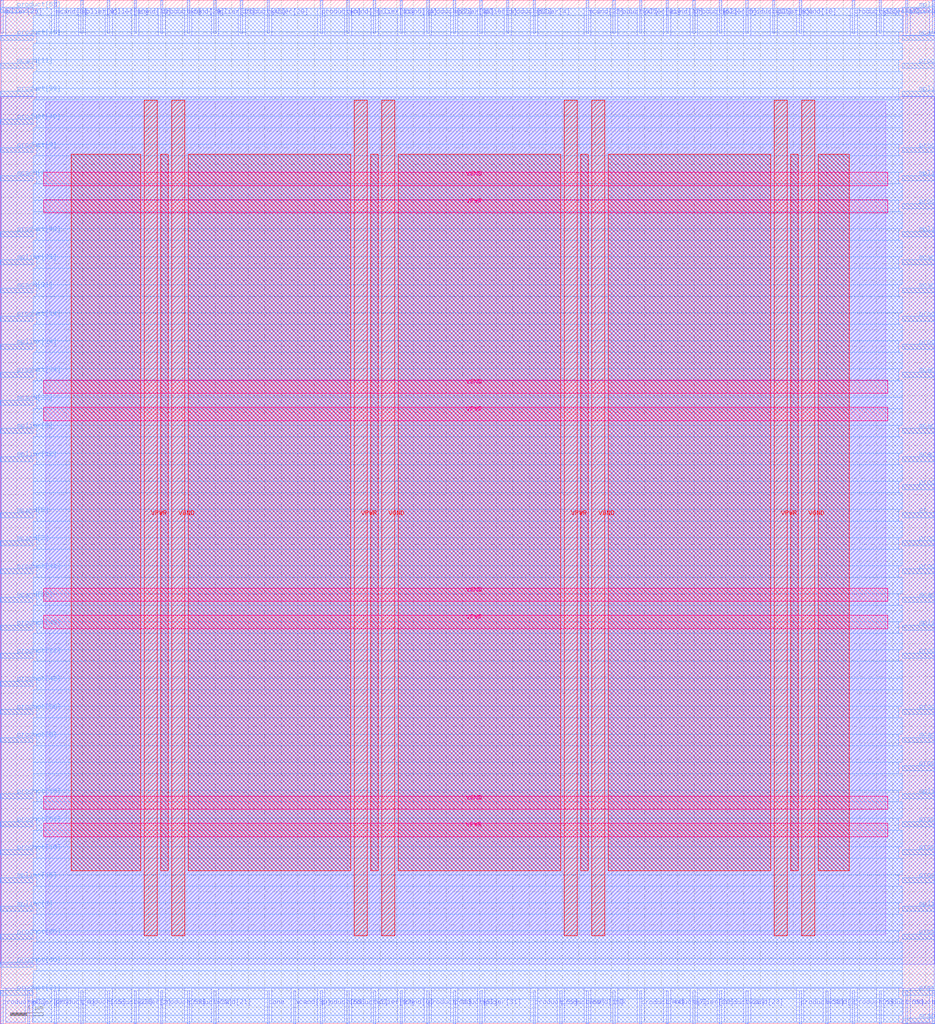
<source format=lef>
VERSION 5.7 ;
  NOWIREEXTENSIONATPIN ON ;
  DIVIDERCHAR "/" ;
  BUSBITCHARS "[]" ;
MACRO mult_sec_32
  CLASS BLOCK ;
  FOREIGN mult_sec_32 ;
  ORIGIN 0.000 0.000 ;
  SIZE 113.155 BY 123.875 ;
  PIN VGND
    DIRECTION INOUT ;
    USE GROUND ;
    PORT
      LAYER met4 ;
        RECT 20.725 10.640 22.325 111.760 ;
    END
    PORT
      LAYER met4 ;
        RECT 46.140 10.640 47.740 111.760 ;
    END
    PORT
      LAYER met4 ;
        RECT 71.555 10.640 73.155 111.760 ;
    END
    PORT
      LAYER met4 ;
        RECT 96.970 10.640 98.570 111.760 ;
    END
    PORT
      LAYER met5 ;
        RECT 5.280 25.960 107.420 27.560 ;
    END
    PORT
      LAYER met5 ;
        RECT 5.280 51.120 107.420 52.720 ;
    END
    PORT
      LAYER met5 ;
        RECT 5.280 76.280 107.420 77.880 ;
    END
    PORT
      LAYER met5 ;
        RECT 5.280 101.440 107.420 103.040 ;
    END
  END VGND
  PIN VPWR
    DIRECTION INOUT ;
    USE POWER ;
    PORT
      LAYER met4 ;
        RECT 17.425 10.640 19.025 111.760 ;
    END
    PORT
      LAYER met4 ;
        RECT 42.840 10.640 44.440 111.760 ;
    END
    PORT
      LAYER met4 ;
        RECT 68.255 10.640 69.855 111.760 ;
    END
    PORT
      LAYER met4 ;
        RECT 93.670 10.640 95.270 111.760 ;
    END
    PORT
      LAYER met5 ;
        RECT 5.280 22.660 107.420 24.260 ;
    END
    PORT
      LAYER met5 ;
        RECT 5.280 47.820 107.420 49.420 ;
    END
    PORT
      LAYER met5 ;
        RECT 5.280 72.980 107.420 74.580 ;
    END
    PORT
      LAYER met5 ;
        RECT 5.280 98.140 107.420 99.740 ;
    END
  END VPWR
  PIN clk
    DIRECTION INPUT ;
    USE SIGNAL ;
    ANTENNAGATEAREA 0.852000 ;
    PORT
      LAYER met2 ;
        RECT 74.150 0.000 74.430 4.000 ;
    END
  END clk
  PIN done
    DIRECTION OUTPUT TRISTATE ;
    USE SIGNAL ;
    ANTENNADIFFAREA 0.795200 ;
    PORT
      LAYER met2 ;
        RECT 32.290 0.000 32.570 4.000 ;
    END
  END done
  PIN mcand[0]
    DIRECTION INPUT ;
    USE SIGNAL ;
    ANTENNAGATEAREA 0.196500 ;
    PORT
      LAYER met2 ;
        RECT 48.390 0.000 48.670 4.000 ;
    END
  END mcand[0]
  PIN mcand[10]
    DIRECTION INPUT ;
    USE SIGNAL ;
    ANTENNAGATEAREA 0.213000 ;
    PORT
      LAYER met2 ;
        RECT 70.930 0.000 71.210 4.000 ;
    END
  END mcand[10]
  PIN mcand[11]
    DIRECTION INPUT ;
    USE SIGNAL ;
    ANTENNAGATEAREA 0.126000 ;
    PORT
      LAYER met3 ;
        RECT 0.000 115.640 4.000 116.240 ;
    END
  END mcand[11]
  PIN mcand[12]
    DIRECTION INPUT ;
    USE SIGNAL ;
    ANTENNAGATEAREA 0.196500 ;
    PORT
      LAYER met3 ;
        RECT 0.000 51.040 4.000 51.640 ;
    END
  END mcand[12]
  PIN mcand[13]
    DIRECTION INPUT ;
    USE SIGNAL ;
    ANTENNAGATEAREA 0.196500 ;
    PORT
      LAYER met3 ;
        RECT 109.155 88.440 113.155 89.040 ;
    END
  END mcand[13]
  PIN mcand[14]
    DIRECTION INPUT ;
    USE SIGNAL ;
    ANTENNAGATEAREA 0.213000 ;
    PORT
      LAYER met3 ;
        RECT 109.155 34.040 113.155 34.640 ;
    END
  END mcand[14]
  PIN mcand[15]
    DIRECTION INPUT ;
    USE SIGNAL ;
    ANTENNAGATEAREA 0.196500 ;
    PORT
      LAYER met2 ;
        RECT 16.190 119.875 16.470 123.875 ;
    END
  END mcand[15]
  PIN mcand[16]
    DIRECTION INPUT ;
    USE SIGNAL ;
    ANTENNAGATEAREA 0.196500 ;
    PORT
      LAYER met3 ;
        RECT 109.155 68.040 113.155 68.640 ;
    END
  END mcand[16]
  PIN mcand[17]
    DIRECTION INPUT ;
    USE SIGNAL ;
    ANTENNAGATEAREA 0.196500 ;
    PORT
      LAYER met2 ;
        RECT 80.590 119.875 80.870 123.875 ;
    END
  END mcand[17]
  PIN mcand[18]
    DIRECTION INPUT ;
    USE SIGNAL ;
    ANTENNAGATEAREA 0.196500 ;
    PORT
      LAYER met2 ;
        RECT 96.690 119.875 96.970 123.875 ;
    END
  END mcand[18]
  PIN mcand[19]
    DIRECTION INPUT ;
    USE SIGNAL ;
    ANTENNAGATEAREA 0.196500 ;
    PORT
      LAYER met2 ;
        RECT 112.790 119.875 113.070 123.875 ;
    END
  END mcand[19]
  PIN mcand[1]
    DIRECTION INPUT ;
    USE SIGNAL ;
    ANTENNAGATEAREA 0.196500 ;
    PORT
      LAYER met3 ;
        RECT 109.155 71.440 113.155 72.040 ;
    END
  END mcand[1]
  PIN mcand[20]
    DIRECTION INPUT ;
    USE SIGNAL ;
    ANTENNAGATEAREA 0.196500 ;
    PORT
      LAYER met3 ;
        RECT 109.155 91.840 113.155 92.440 ;
    END
  END mcand[20]
  PIN mcand[21]
    DIRECTION INPUT ;
    USE SIGNAL ;
    ANTENNAGATEAREA 0.196500 ;
    PORT
      LAYER met2 ;
        RECT 25.850 0.000 26.130 4.000 ;
    END
  END mcand[21]
  PIN mcand[22]
    DIRECTION INPUT ;
    USE SIGNAL ;
    ANTENNAGATEAREA 0.196500 ;
    PORT
      LAYER met3 ;
        RECT 0.000 74.840 4.000 75.440 ;
    END
  END mcand[22]
  PIN mcand[23]
    DIRECTION INPUT ;
    USE SIGNAL ;
    ANTENNAGATEAREA 0.196500 ;
    PORT
      LAYER met2 ;
        RECT 90.250 0.000 90.530 4.000 ;
    END
  END mcand[23]
  PIN mcand[24]
    DIRECTION INPUT ;
    USE SIGNAL ;
    ANTENNAGATEAREA 0.196500 ;
    PORT
      LAYER met2 ;
        RECT 48.390 119.875 48.670 123.875 ;
    END
  END mcand[24]
  PIN mcand[25]
    DIRECTION INPUT ;
    USE SIGNAL ;
    ANTENNAGATEAREA 0.196500 ;
    PORT
      LAYER met2 ;
        RECT 112.790 0.000 113.070 4.000 ;
    END
  END mcand[25]
  PIN mcand[26]
    DIRECTION INPUT ;
    USE SIGNAL ;
    ANTENNAGATEAREA 0.196500 ;
    PORT
      LAYER met3 ;
        RECT 109.155 0.040 113.155 0.640 ;
    END
  END mcand[26]
  PIN mcand[27]
    DIRECTION INPUT ;
    USE SIGNAL ;
    ANTENNAGATEAREA 0.213000 ;
    PORT
      LAYER met2 ;
        RECT 70.930 119.875 71.210 123.875 ;
    END
  END mcand[27]
  PIN mcand[28]
    DIRECTION INPUT ;
    USE SIGNAL ;
    ANTENNAGATEAREA 0.196500 ;
    PORT
      LAYER met3 ;
        RECT 109.155 78.240 113.155 78.840 ;
    END
  END mcand[28]
  PIN mcand[29]
    DIRECTION INPUT ;
    USE SIGNAL ;
    ANTENNAGATEAREA 0.196500 ;
    PORT
      LAYER met2 ;
        RECT 22.630 119.875 22.910 123.875 ;
    END
  END mcand[29]
  PIN mcand[2]
    DIRECTION INPUT ;
    USE SIGNAL ;
    ANTENNAGATEAREA 0.196500 ;
    PORT
      LAYER met2 ;
        RECT 99.910 0.000 100.190 4.000 ;
    END
  END mcand[2]
  PIN mcand[30]
    DIRECTION INPUT ;
    USE SIGNAL ;
    ANTENNAGATEAREA 0.196500 ;
    PORT
      LAYER met2 ;
        RECT 35.510 0.000 35.790 4.000 ;
    END
  END mcand[30]
  PIN mcand[31]
    DIRECTION INPUT ;
    USE SIGNAL ;
    ANTENNAGATEAREA 0.196500 ;
    PORT
      LAYER met3 ;
        RECT 0.000 88.440 4.000 89.040 ;
    END
  END mcand[31]
  PIN mcand[3]
    DIRECTION INPUT ;
    USE SIGNAL ;
    ANTENNAGATEAREA 0.196500 ;
    PORT
      LAYER met3 ;
        RECT 0.000 57.840 4.000 58.440 ;
    END
  END mcand[3]
  PIN mcand[4]
    DIRECTION INPUT ;
    USE SIGNAL ;
    ANTENNAGATEAREA 0.196500 ;
    PORT
      LAYER met3 ;
        RECT 0.000 102.040 4.000 102.640 ;
    END
  END mcand[4]
  PIN mcand[5]
    DIRECTION INPUT ;
    USE SIGNAL ;
    ANTENNAGATEAREA 0.196500 ;
    PORT
      LAYER met2 ;
        RECT 41.950 119.875 42.230 123.875 ;
    END
  END mcand[5]
  PIN mcand[6]
    DIRECTION INPUT ;
    USE SIGNAL ;
    ANTENNAGATEAREA 0.213000 ;
    PORT
      LAYER met3 ;
        RECT 0.000 61.240 4.000 61.840 ;
    END
  END mcand[6]
  PIN mcand[7]
    DIRECTION INPUT ;
    USE SIGNAL ;
    ANTENNAGATEAREA 0.196500 ;
    PORT
      LAYER met3 ;
        RECT 109.155 51.040 113.155 51.640 ;
    END
  END mcand[7]
  PIN mcand[8]
    DIRECTION INPUT ;
    USE SIGNAL ;
    ANTENNAGATEAREA 0.196500 ;
    PORT
      LAYER met2 ;
        RECT 6.530 119.875 6.810 123.875 ;
    END
  END mcand[8]
  PIN mcand[9]
    DIRECTION INPUT ;
    USE SIGNAL ;
    ANTENNAGATEAREA 0.126000 ;
    PORT
      LAYER met3 ;
        RECT 109.155 119.040 113.155 119.640 ;
    END
  END mcand[9]
  PIN mplier[0]
    DIRECTION INPUT ;
    USE SIGNAL ;
    ANTENNAGATEAREA 0.196500 ;
    PORT
      LAYER met3 ;
        RECT 109.155 13.640 113.155 14.240 ;
    END
  END mplier[0]
  PIN mplier[10]
    DIRECTION INPUT ;
    USE SIGNAL ;
    ANTENNAGATEAREA 0.196500 ;
    PORT
      LAYER met2 ;
        RECT 12.970 119.875 13.250 123.875 ;
    END
  END mplier[10]
  PIN mplier[11]
    DIRECTION INPUT ;
    USE SIGNAL ;
    ANTENNAGATEAREA 0.196500 ;
    PORT
      LAYER met2 ;
        RECT 45.170 119.875 45.450 123.875 ;
    END
  END mplier[11]
  PIN mplier[12]
    DIRECTION INPUT ;
    USE SIGNAL ;
    ANTENNAGATEAREA 0.196500 ;
    PORT
      LAYER met3 ;
        RECT 0.000 68.040 4.000 68.640 ;
    END
  END mplier[12]
  PIN mplier[13]
    DIRECTION INPUT ;
    USE SIGNAL ;
    ANTENNAGATEAREA 0.196500 ;
    PORT
      LAYER met2 ;
        RECT 25.850 119.875 26.130 123.875 ;
    END
  END mplier[13]
  PIN mplier[14]
    DIRECTION INPUT ;
    USE SIGNAL ;
    ANTENNAGATEAREA 0.213000 ;
    PORT
      LAYER met3 ;
        RECT 109.155 112.240 113.155 112.840 ;
    END
  END mplier[14]
  PIN mplier[15]
    DIRECTION INPUT ;
    USE SIGNAL ;
    ANTENNAGATEAREA 0.196500 ;
    PORT
      LAYER met3 ;
        RECT 0.000 17.040 4.000 17.640 ;
    END
  END mplier[15]
  PIN mplier[16]
    DIRECTION INPUT ;
    USE SIGNAL ;
    ANTENNAGATEAREA 0.196500 ;
    PORT
      LAYER met3 ;
        RECT 109.155 47.640 113.155 48.240 ;
    END
  END mplier[16]
  PIN mplier[17]
    DIRECTION INPUT ;
    USE SIGNAL ;
    ANTENNAGATEAREA 0.196500 ;
    PORT
      LAYER met2 ;
        RECT 106.350 119.875 106.630 123.875 ;
    END
  END mplier[17]
  PIN mplier[18]
    DIRECTION INPUT ;
    USE SIGNAL ;
    ANTENNAGATEAREA 0.196500 ;
    PORT
      LAYER met3 ;
        RECT 109.155 95.240 113.155 95.840 ;
    END
  END mplier[18]
  PIN mplier[19]
    DIRECTION INPUT ;
    USE SIGNAL ;
    ANTENNAGATEAREA 0.196500 ;
    PORT
      LAYER met3 ;
        RECT 109.155 27.240 113.155 27.840 ;
    END
  END mplier[19]
  PIN mplier[1]
    DIRECTION INPUT ;
    USE SIGNAL ;
    ANTENNAGATEAREA 0.196500 ;
    PORT
      LAYER met2 ;
        RECT 58.050 119.875 58.330 123.875 ;
    END
  END mplier[1]
  PIN mplier[20]
    DIRECTION INPUT ;
    USE SIGNAL ;
    ANTENNAGATEAREA 0.196500 ;
    PORT
      LAYER met2 ;
        RECT 3.310 0.000 3.590 4.000 ;
    END
  END mplier[20]
  PIN mplier[21]
    DIRECTION INPUT ;
    USE SIGNAL ;
    ANTENNAGATEAREA 0.196500 ;
    PORT
      LAYER met2 ;
        RECT 77.370 119.875 77.650 123.875 ;
    END
  END mplier[21]
  PIN mplier[22]
    DIRECTION INPUT ;
    USE SIGNAL ;
    ANTENNAGATEAREA 0.196500 ;
    PORT
      LAYER met2 ;
        RECT 83.810 0.000 84.090 4.000 ;
    END
  END mplier[22]
  PIN mplier[23]
    DIRECTION INPUT ;
    USE SIGNAL ;
    ANTENNAGATEAREA 0.196500 ;
    PORT
      LAYER met2 ;
        RECT 109.570 119.875 109.850 123.875 ;
    END
  END mplier[23]
  PIN mplier[24]
    DIRECTION INPUT ;
    USE SIGNAL ;
    ANTENNAGATEAREA 0.196500 ;
    PORT
      LAYER met3 ;
        RECT 0.000 81.640 4.000 82.240 ;
    END
  END mplier[24]
  PIN mplier[25]
    DIRECTION INPUT ;
    USE SIGNAL ;
    ANTENNAGATEAREA 0.196500 ;
    PORT
      LAYER met3 ;
        RECT 0.000 91.840 4.000 92.440 ;
    END
  END mplier[25]
  PIN mplier[26]
    DIRECTION INPUT ;
    USE SIGNAL ;
    ANTENNAGATEAREA 0.196500 ;
    PORT
      LAYER met2 ;
        RECT 0.090 119.875 0.370 123.875 ;
    END
  END mplier[26]
  PIN mplier[27]
    DIRECTION INPUT ;
    USE SIGNAL ;
    ANTENNAGATEAREA 0.196500 ;
    PORT
      LAYER met2 ;
        RECT 45.170 0.000 45.450 4.000 ;
    END
  END mplier[27]
  PIN mplier[28]
    DIRECTION INPUT ;
    USE SIGNAL ;
    ANTENNAGATEAREA 0.196500 ;
    PORT
      LAYER met2 ;
        RECT 54.830 119.875 55.110 123.875 ;
    END
  END mplier[28]
  PIN mplier[29]
    DIRECTION INPUT ;
    USE SIGNAL ;
    ANTENNAGATEAREA 0.196500 ;
    PORT
      LAYER met2 ;
        RECT 32.290 119.875 32.570 123.875 ;
    END
  END mplier[29]
  PIN mplier[2]
    DIRECTION INPUT ;
    USE SIGNAL ;
    ANTENNAGATEAREA 0.196500 ;
    PORT
      LAYER met2 ;
        RECT 16.190 0.000 16.470 4.000 ;
    END
  END mplier[2]
  PIN mplier[30]
    DIRECTION INPUT ;
    USE SIGNAL ;
    ANTENNAGATEAREA 0.196500 ;
    PORT
      LAYER met3 ;
        RECT 109.155 122.440 113.155 123.040 ;
    END
  END mplier[30]
  PIN mplier[31]
    DIRECTION INPUT ;
    USE SIGNAL ;
    ANTENNAGATEAREA 0.196500 ;
    PORT
      LAYER met2 ;
        RECT 58.050 0.000 58.330 4.000 ;
    END
  END mplier[31]
  PIN mplier[3]
    DIRECTION INPUT ;
    USE SIGNAL ;
    ANTENNAGATEAREA 0.196500 ;
    PORT
      LAYER met3 ;
        RECT 0.000 13.640 4.000 14.240 ;
    END
  END mplier[3]
  PIN mplier[4]
    DIRECTION INPUT ;
    USE SIGNAL ;
    ANTENNAGATEAREA 0.196500 ;
    PORT
      LAYER met2 ;
        RECT 64.490 119.875 64.770 123.875 ;
    END
  END mplier[4]
  PIN mplier[5]
    DIRECTION INPUT ;
    USE SIGNAL ;
    ANTENNAGATEAREA 0.196500 ;
    PORT
      LAYER met2 ;
        RECT 87.030 119.875 87.310 123.875 ;
    END
  END mplier[5]
  PIN mplier[6]
    DIRECTION INPUT ;
    USE SIGNAL ;
    ANTENNAGATEAREA 0.196500 ;
    PORT
      LAYER met3 ;
        RECT 0.000 71.440 4.000 72.040 ;
    END
  END mplier[6]
  PIN mplier[7]
    DIRECTION INPUT ;
    USE SIGNAL ;
    ANTENNAGATEAREA 0.126000 ;
    PORT
      LAYER met3 ;
        RECT 109.155 102.040 113.155 102.640 ;
    END
  END mplier[7]
  PIN mplier[8]
    DIRECTION INPUT ;
    USE SIGNAL ;
    ANTENNAGATEAREA 0.196500 ;
    PORT
      LAYER met2 ;
        RECT 93.470 119.875 93.750 123.875 ;
    END
  END mplier[8]
  PIN mplier[9]
    DIRECTION INPUT ;
    USE SIGNAL ;
    ANTENNAGATEAREA 0.196500 ;
    PORT
      LAYER met2 ;
        RECT 9.750 119.875 10.030 123.875 ;
    END
  END mplier[9]
  PIN product[0]
    DIRECTION OUTPUT TRISTATE ;
    USE SIGNAL ;
    ANTENNADIFFAREA 0.795200 ;
    PORT
      LAYER met2 ;
        RECT 38.730 119.875 39.010 123.875 ;
    END
  END product[0]
  PIN product[10]
    DIRECTION OUTPUT TRISTATE ;
    USE SIGNAL ;
    ANTENNADIFFAREA 0.795200 ;
    PORT
      LAYER met3 ;
        RECT 0.000 20.440 4.000 21.040 ;
    END
  END product[10]
  PIN product[11]
    DIRECTION OUTPUT TRISTATE ;
    USE SIGNAL ;
    ANTENNADIFFAREA 0.795200 ;
    PORT
      LAYER met3 ;
        RECT 0.000 44.240 4.000 44.840 ;
    END
  END product[11]
  PIN product[12]
    DIRECTION OUTPUT TRISTATE ;
    USE SIGNAL ;
    ANTENNADIFFAREA 0.795200 ;
    PORT
      LAYER met3 ;
        RECT 109.155 54.440 113.155 55.040 ;
    END
  END product[12]
  PIN product[13]
    DIRECTION OUTPUT TRISTATE ;
    USE SIGNAL ;
    ANTENNADIFFAREA 0.445500 ;
    PORT
      LAYER met3 ;
        RECT 109.155 37.440 113.155 38.040 ;
    END
  END product[13]
  PIN product[14]
    DIRECTION OUTPUT TRISTATE ;
    USE SIGNAL ;
    ANTENNADIFFAREA 0.795200 ;
    PORT
      LAYER met3 ;
        RECT 0.000 85.040 4.000 85.640 ;
    END
  END product[14]
  PIN product[15]
    DIRECTION OUTPUT TRISTATE ;
    USE SIGNAL ;
    ANTENNADIFFAREA 0.795200 ;
    PORT
      LAYER met2 ;
        RECT 9.750 0.000 10.030 4.000 ;
    END
  END product[15]
  PIN product[16]
    DIRECTION OUTPUT TRISTATE ;
    USE SIGNAL ;
    ANTENNADIFFAREA 0.795200 ;
    PORT
      LAYER met3 ;
        RECT 109.155 3.440 113.155 4.040 ;
    END
  END product[16]
  PIN product[17]
    DIRECTION OUTPUT TRISTATE ;
    USE SIGNAL ;
    ANTENNADIFFAREA 0.445500 ;
    PORT
      LAYER met3 ;
        RECT 109.155 44.240 113.155 44.840 ;
    END
  END product[17]
  PIN product[18]
    DIRECTION OUTPUT TRISTATE ;
    USE SIGNAL ;
    ANTENNADIFFAREA 0.795200 ;
    PORT
      LAYER met3 ;
        RECT 0.000 27.240 4.000 27.840 ;
    END
  END product[18]
  PIN product[19]
    DIRECTION OUTPUT TRISTATE ;
    USE SIGNAL ;
    ANTENNADIFFAREA 0.445500 ;
    PORT
      LAYER met3 ;
        RECT 109.155 23.840 113.155 24.440 ;
    END
  END product[19]
  PIN product[1]
    DIRECTION OUTPUT TRISTATE ;
    USE SIGNAL ;
    ANTENNADIFFAREA 0.795200 ;
    PORT
      LAYER met2 ;
        RECT 103.130 0.000 103.410 4.000 ;
    END
  END product[1]
  PIN product[20]
    DIRECTION OUTPUT TRISTATE ;
    USE SIGNAL ;
    ANTENNADIFFAREA 0.795200 ;
    PORT
      LAYER met2 ;
        RECT 51.610 0.000 51.890 4.000 ;
    END
  END product[20]
  PIN product[21]
    DIRECTION OUTPUT TRISTATE ;
    USE SIGNAL ;
    ANTENNADIFFAREA 0.795200 ;
    PORT
      LAYER met3 ;
        RECT 0.000 3.440 4.000 4.040 ;
    END
  END product[21]
  PIN product[22]
    DIRECTION OUTPUT TRISTATE ;
    USE SIGNAL ;
    ANTENNADIFFAREA 0.795200 ;
    PORT
      LAYER met3 ;
        RECT 109.155 115.640 113.155 116.240 ;
    END
  END product[22]
  PIN product[23]
    DIRECTION OUTPUT TRISTATE ;
    USE SIGNAL ;
    ANTENNADIFFAREA 0.795200 ;
    PORT
      LAYER met2 ;
        RECT 22.630 0.000 22.910 4.000 ;
    END
  END product[23]
  PIN product[24]
    DIRECTION OUTPUT TRISTATE ;
    USE SIGNAL ;
    ANTENNADIFFAREA 0.445500 ;
    PORT
      LAYER met3 ;
        RECT 109.155 17.040 113.155 17.640 ;
    END
  END product[24]
  PIN product[25]
    DIRECTION OUTPUT TRISTATE ;
    USE SIGNAL ;
    ANTENNADIFFAREA 0.795200 ;
    PORT
      LAYER met3 ;
        RECT 0.000 10.240 4.000 10.840 ;
    END
  END product[25]
  PIN product[26]
    DIRECTION OUTPUT TRISTATE ;
    USE SIGNAL ;
    ANTENNADIFFAREA 0.795200 ;
    PORT
      LAYER met2 ;
        RECT 109.570 0.000 109.850 4.000 ;
    END
  END product[26]
  PIN product[27]
    DIRECTION OUTPUT TRISTATE ;
    USE SIGNAL ;
    ANTENNADIFFAREA 0.795200 ;
    PORT
      LAYER met2 ;
        RECT 51.610 119.875 51.890 123.875 ;
    END
  END product[27]
  PIN product[28]
    DIRECTION OUTPUT TRISTATE ;
    USE SIGNAL ;
    ANTENNADIFFAREA 0.795200 ;
    PORT
      LAYER met2 ;
        RECT 87.030 0.000 87.310 4.000 ;
    END
  END product[28]
  PIN product[29]
    DIRECTION OUTPUT TRISTATE ;
    USE SIGNAL ;
    ANTENNADIFFAREA 0.795200 ;
    PORT
      LAYER met2 ;
        RECT 12.970 0.000 13.250 4.000 ;
    END
  END product[29]
  PIN product[2]
    DIRECTION OUTPUT TRISTATE ;
    USE SIGNAL ;
    ANTENNADIFFAREA 0.795200 ;
    PORT
      LAYER met2 ;
        RECT 41.950 0.000 42.230 4.000 ;
    END
  END product[2]
  PIN product[30]
    DIRECTION OUTPUT TRISTATE ;
    USE SIGNAL ;
    ANTENNADIFFAREA 0.795200 ;
    PORT
      LAYER met3 ;
        RECT 109.155 10.240 113.155 10.840 ;
    END
  END product[30]
  PIN product[31]
    DIRECTION OUTPUT TRISTATE ;
    USE SIGNAL ;
    ANTENNADIFFAREA 0.445500 ;
    PORT
      LAYER met3 ;
        RECT 109.155 85.040 113.155 85.640 ;
    END
  END product[31]
  PIN product[32]
    DIRECTION OUTPUT TRISTATE ;
    USE SIGNAL ;
    ANTENNADIFFAREA 0.445500 ;
    PORT
      LAYER met3 ;
        RECT 109.155 57.840 113.155 58.440 ;
    END
  END product[32]
  PIN product[33]
    DIRECTION OUTPUT TRISTATE ;
    USE SIGNAL ;
    ANTENNADIFFAREA 0.795200 ;
    PORT
      LAYER met2 ;
        RECT 96.690 0.000 96.970 4.000 ;
    END
  END product[33]
  PIN product[34]
    DIRECTION OUTPUT TRISTATE ;
    USE SIGNAL ;
    ANTENNADIFFAREA 0.795200 ;
    PORT
      LAYER met3 ;
        RECT 0.000 78.240 4.000 78.840 ;
    END
  END product[34]
  PIN product[35]
    DIRECTION OUTPUT TRISTATE ;
    USE SIGNAL ;
    ANTENNADIFFAREA 0.445500 ;
    PORT
      LAYER met3 ;
        RECT 109.155 30.640 113.155 31.240 ;
    END
  END product[35]
  PIN product[36]
    DIRECTION OUTPUT TRISTATE ;
    USE SIGNAL ;
    ANTENNADIFFAREA 0.795200 ;
    PORT
      LAYER met3 ;
        RECT 0.000 6.840 4.000 7.440 ;
    END
  END product[36]
  PIN product[37]
    DIRECTION OUTPUT TRISTATE ;
    USE SIGNAL ;
    ANTENNADIFFAREA 0.445500 ;
    PORT
      LAYER met3 ;
        RECT 109.155 64.640 113.155 65.240 ;
    END
  END product[37]
  PIN product[38]
    DIRECTION OUTPUT TRISTATE ;
    USE SIGNAL ;
    ANTENNADIFFAREA 0.445500 ;
    PORT
      LAYER met3 ;
        RECT 109.155 98.640 113.155 99.240 ;
    END
  END product[38]
  PIN product[39]
    DIRECTION OUTPUT TRISTATE ;
    USE SIGNAL ;
    ANTENNADIFFAREA 0.795200 ;
    PORT
      LAYER met2 ;
        RECT 106.350 0.000 106.630 4.000 ;
    END
  END product[39]
  PIN product[3]
    DIRECTION OUTPUT TRISTATE ;
    USE SIGNAL ;
    ANTENNADIFFAREA 0.795200 ;
    PORT
      LAYER met3 ;
        RECT 109.155 105.440 113.155 106.040 ;
    END
  END product[3]
  PIN product[40]
    DIRECTION OUTPUT TRISTATE ;
    USE SIGNAL ;
    ANTENNADIFFAREA 0.795200 ;
    PORT
      LAYER met3 ;
        RECT 0.000 108.840 4.000 109.440 ;
    END
  END product[40]
  PIN product[41]
    DIRECTION OUTPUT TRISTATE ;
    USE SIGNAL ;
    ANTENNADIFFAREA 0.795200 ;
    PORT
      LAYER met3 ;
        RECT 0.000 54.440 4.000 55.040 ;
    END
  END product[41]
  PIN product[42]
    DIRECTION OUTPUT TRISTATE ;
    USE SIGNAL ;
    ANTENNADIFFAREA 0.795200 ;
    PORT
      LAYER met3 ;
        RECT 0.000 40.840 4.000 41.440 ;
    END
  END product[42]
  PIN product[43]
    DIRECTION OUTPUT TRISTATE ;
    USE SIGNAL ;
    ANTENNADIFFAREA 0.795200 ;
    PORT
      LAYER met2 ;
        RECT 0.090 0.000 0.370 4.000 ;
    END
  END product[43]
  PIN product[44]
    DIRECTION OUTPUT TRISTATE ;
    USE SIGNAL ;
    ANTENNADIFFAREA 0.795200 ;
    PORT
      LAYER met2 ;
        RECT 77.370 0.000 77.650 4.000 ;
    END
  END product[44]
  PIN product[45]
    DIRECTION OUTPUT TRISTATE ;
    USE SIGNAL ;
    ANTENNADIFFAREA 0.795200 ;
    PORT
      LAYER met3 ;
        RECT 0.000 119.040 4.000 119.640 ;
    END
  END product[45]
  PIN product[46]
    DIRECTION OUTPUT TRISTATE ;
    USE SIGNAL ;
    ANTENNADIFFAREA 0.795200 ;
    PORT
      LAYER met2 ;
        RECT 29.070 119.875 29.350 123.875 ;
    END
  END product[46]
  PIN product[47]
    DIRECTION OUTPUT TRISTATE ;
    USE SIGNAL ;
    ANTENNADIFFAREA 0.795200 ;
    PORT
      LAYER met2 ;
        RECT 74.150 119.875 74.430 123.875 ;
    END
  END product[47]
  PIN product[48]
    DIRECTION OUTPUT TRISTATE ;
    USE SIGNAL ;
    ANTENNADIFFAREA 0.795200 ;
    PORT
      LAYER met3 ;
        RECT 0.000 95.240 4.000 95.840 ;
    END
  END product[48]
  PIN product[49]
    DIRECTION OUTPUT TRISTATE ;
    USE SIGNAL ;
    ANTENNADIFFAREA 0.795200 ;
    PORT
      LAYER met3 ;
        RECT 0.000 47.640 4.000 48.240 ;
    END
  END product[49]
  PIN product[4]
    DIRECTION OUTPUT TRISTATE ;
    USE SIGNAL ;
    ANTENNADIFFAREA 0.795200 ;
    PORT
      LAYER met2 ;
        RECT 6.530 0.000 6.810 4.000 ;
    END
  END product[4]
  PIN product[50]
    DIRECTION OUTPUT TRISTATE ;
    USE SIGNAL ;
    ANTENNADIFFAREA 0.795200 ;
    PORT
      LAYER met2 ;
        RECT 90.250 119.875 90.530 123.875 ;
    END
  END product[50]
  PIN product[51]
    DIRECTION OUTPUT TRISTATE ;
    USE SIGNAL ;
    ANTENNADIFFAREA 0.795200 ;
    PORT
      LAYER met2 ;
        RECT 61.270 119.875 61.550 123.875 ;
    END
  END product[51]
  PIN product[52]
    DIRECTION OUTPUT TRISTATE ;
    USE SIGNAL ;
    ANTENNADIFFAREA 0.795200 ;
    PORT
      LAYER met2 ;
        RECT 54.830 0.000 55.110 4.000 ;
    END
  END product[52]
  PIN product[53]
    DIRECTION OUTPUT TRISTATE ;
    USE SIGNAL ;
    ANTENNADIFFAREA 0.795200 ;
    PORT
      LAYER met2 ;
        RECT 103.130 119.875 103.410 123.875 ;
    END
  END product[53]
  PIN product[54]
    DIRECTION OUTPUT TRISTATE ;
    USE SIGNAL ;
    ANTENNADIFFAREA 0.445500 ;
    PORT
      LAYER met3 ;
        RECT 109.155 20.440 113.155 21.040 ;
    END
  END product[54]
  PIN product[55]
    DIRECTION OUTPUT TRISTATE ;
    USE SIGNAL ;
    ANTENNADIFFAREA 0.795200 ;
    PORT
      LAYER met3 ;
        RECT 0.000 112.240 4.000 112.840 ;
    END
  END product[55]
  PIN product[56]
    DIRECTION OUTPUT TRISTATE ;
    USE SIGNAL ;
    ANTENNADIFFAREA 0.795200 ;
    PORT
      LAYER met3 ;
        RECT 0.000 37.440 4.000 38.040 ;
    END
  END product[56]
  PIN product[57]
    DIRECTION OUTPUT TRISTATE ;
    USE SIGNAL ;
    ANTENNADIFFAREA 0.795200 ;
    PORT
      LAYER met2 ;
        RECT 19.410 0.000 19.690 4.000 ;
    END
  END product[57]
  PIN product[58]
    DIRECTION OUTPUT TRISTATE ;
    USE SIGNAL ;
    ANTENNADIFFAREA 0.795200 ;
    PORT
      LAYER met2 ;
        RECT 38.730 0.000 39.010 4.000 ;
    END
  END product[58]
  PIN product[59]
    DIRECTION OUTPUT TRISTATE ;
    USE SIGNAL ;
    ANTENNADIFFAREA 0.795200 ;
    PORT
      LAYER met2 ;
        RECT 64.490 0.000 64.770 4.000 ;
    END
  END product[59]
  PIN product[5]
    DIRECTION OUTPUT TRISTATE ;
    USE SIGNAL ;
    ANTENNADIFFAREA 0.445500 ;
    PORT
      LAYER met3 ;
        RECT 109.155 81.640 113.155 82.240 ;
    END
  END product[5]
  PIN product[60]
    DIRECTION OUTPUT TRISTATE ;
    USE SIGNAL ;
    ANTENNADIFFAREA 0.795200 ;
    PORT
      LAYER met2 ;
        RECT 67.710 0.000 67.990 4.000 ;
    END
  END product[60]
  PIN product[61]
    DIRECTION OUTPUT TRISTATE ;
    USE SIGNAL ;
    ANTENNADIFFAREA 0.795200 ;
    PORT
      LAYER met3 ;
        RECT 0.000 23.840 4.000 24.440 ;
    END
  END product[61]
  PIN product[62]
    DIRECTION OUTPUT TRISTATE ;
    USE SIGNAL ;
    ANTENNADIFFAREA 0.795200 ;
    PORT
      LAYER met2 ;
        RECT 83.810 119.875 84.090 123.875 ;
    END
  END product[62]
  PIN product[63]
    DIRECTION OUTPUT TRISTATE ;
    USE SIGNAL ;
    ANTENNADIFFAREA 0.795200 ;
    PORT
      LAYER met3 ;
        RECT 0.000 122.440 4.000 123.040 ;
    END
  END product[63]
  PIN product[6]
    DIRECTION OUTPUT TRISTATE ;
    USE SIGNAL ;
    ANTENNADIFFAREA 0.795200 ;
    PORT
      LAYER met2 ;
        RECT 19.410 119.875 19.690 123.875 ;
    END
  END product[6]
  PIN product[7]
    DIRECTION OUTPUT TRISTATE ;
    USE SIGNAL ;
    ANTENNADIFFAREA 0.795200 ;
    PORT
      LAYER met2 ;
        RECT 80.590 0.000 80.870 4.000 ;
    END
  END product[7]
  PIN product[8]
    DIRECTION OUTPUT TRISTATE ;
    USE SIGNAL ;
    ANTENNADIFFAREA 0.795200 ;
    PORT
      LAYER met3 ;
        RECT 0.000 34.040 4.000 34.640 ;
    END
  END product[8]
  PIN product[9]
    DIRECTION OUTPUT TRISTATE ;
    USE SIGNAL ;
    ANTENNADIFFAREA 0.795200 ;
    PORT
      LAYER met3 ;
        RECT 0.000 105.440 4.000 106.040 ;
    END
  END product[9]
  PIN st
    DIRECTION INPUT ;
    USE SIGNAL ;
    ANTENNAGATEAREA 0.213000 ;
    PORT
      LAYER met3 ;
        RECT 109.155 61.240 113.155 61.840 ;
    END
  END st
  OBS
      LAYER li1 ;
        RECT 5.520 10.795 107.180 111.605 ;
      LAYER met1 ;
        RECT 0.070 7.180 113.090 112.160 ;
      LAYER met2 ;
        RECT 0.650 119.595 6.250 122.925 ;
        RECT 7.090 119.595 9.470 122.925 ;
        RECT 10.310 119.595 12.690 122.925 ;
        RECT 13.530 119.595 15.910 122.925 ;
        RECT 16.750 119.595 19.130 122.925 ;
        RECT 19.970 119.595 22.350 122.925 ;
        RECT 23.190 119.595 25.570 122.925 ;
        RECT 26.410 119.595 28.790 122.925 ;
        RECT 29.630 119.595 32.010 122.925 ;
        RECT 32.850 119.595 38.450 122.925 ;
        RECT 39.290 119.595 41.670 122.925 ;
        RECT 42.510 119.595 44.890 122.925 ;
        RECT 45.730 119.595 48.110 122.925 ;
        RECT 48.950 119.595 51.330 122.925 ;
        RECT 52.170 119.595 54.550 122.925 ;
        RECT 55.390 119.595 57.770 122.925 ;
        RECT 58.610 119.595 60.990 122.925 ;
        RECT 61.830 119.595 64.210 122.925 ;
        RECT 65.050 119.595 70.650 122.925 ;
        RECT 71.490 119.595 73.870 122.925 ;
        RECT 74.710 119.595 77.090 122.925 ;
        RECT 77.930 119.595 80.310 122.925 ;
        RECT 81.150 119.595 83.530 122.925 ;
        RECT 84.370 119.595 86.750 122.925 ;
        RECT 87.590 119.595 89.970 122.925 ;
        RECT 90.810 119.595 93.190 122.925 ;
        RECT 94.030 119.595 96.410 122.925 ;
        RECT 97.250 119.595 102.850 122.925 ;
        RECT 103.690 119.595 106.070 122.925 ;
        RECT 106.910 119.595 109.290 122.925 ;
        RECT 110.130 119.595 112.510 122.925 ;
        RECT 0.100 4.280 113.060 119.595 ;
        RECT 0.650 0.155 3.030 4.280 ;
        RECT 3.870 0.155 6.250 4.280 ;
        RECT 7.090 0.155 9.470 4.280 ;
        RECT 10.310 0.155 12.690 4.280 ;
        RECT 13.530 0.155 15.910 4.280 ;
        RECT 16.750 0.155 19.130 4.280 ;
        RECT 19.970 0.155 22.350 4.280 ;
        RECT 23.190 0.155 25.570 4.280 ;
        RECT 26.410 0.155 32.010 4.280 ;
        RECT 32.850 0.155 35.230 4.280 ;
        RECT 36.070 0.155 38.450 4.280 ;
        RECT 39.290 0.155 41.670 4.280 ;
        RECT 42.510 0.155 44.890 4.280 ;
        RECT 45.730 0.155 48.110 4.280 ;
        RECT 48.950 0.155 51.330 4.280 ;
        RECT 52.170 0.155 54.550 4.280 ;
        RECT 55.390 0.155 57.770 4.280 ;
        RECT 58.610 0.155 64.210 4.280 ;
        RECT 65.050 0.155 67.430 4.280 ;
        RECT 68.270 0.155 70.650 4.280 ;
        RECT 71.490 0.155 73.870 4.280 ;
        RECT 74.710 0.155 77.090 4.280 ;
        RECT 77.930 0.155 80.310 4.280 ;
        RECT 81.150 0.155 83.530 4.280 ;
        RECT 84.370 0.155 86.750 4.280 ;
        RECT 87.590 0.155 89.970 4.280 ;
        RECT 90.810 0.155 96.410 4.280 ;
        RECT 97.250 0.155 99.630 4.280 ;
        RECT 100.470 0.155 102.850 4.280 ;
        RECT 103.690 0.155 106.070 4.280 ;
        RECT 106.910 0.155 109.290 4.280 ;
        RECT 110.130 0.155 112.510 4.280 ;
      LAYER met3 ;
        RECT 4.400 122.040 108.755 122.905 ;
        RECT 3.990 120.040 109.155 122.040 ;
        RECT 4.400 118.640 108.755 120.040 ;
        RECT 3.990 116.640 109.155 118.640 ;
        RECT 4.400 115.240 108.755 116.640 ;
        RECT 3.990 113.240 109.155 115.240 ;
        RECT 4.400 111.840 108.755 113.240 ;
        RECT 3.990 109.840 109.155 111.840 ;
        RECT 4.400 108.440 109.155 109.840 ;
        RECT 3.990 106.440 109.155 108.440 ;
        RECT 4.400 105.040 108.755 106.440 ;
        RECT 3.990 103.040 109.155 105.040 ;
        RECT 4.400 101.640 108.755 103.040 ;
        RECT 3.990 99.640 109.155 101.640 ;
        RECT 3.990 98.240 108.755 99.640 ;
        RECT 3.990 96.240 109.155 98.240 ;
        RECT 4.400 94.840 108.755 96.240 ;
        RECT 3.990 92.840 109.155 94.840 ;
        RECT 4.400 91.440 108.755 92.840 ;
        RECT 3.990 89.440 109.155 91.440 ;
        RECT 4.400 88.040 108.755 89.440 ;
        RECT 3.990 86.040 109.155 88.040 ;
        RECT 4.400 84.640 108.755 86.040 ;
        RECT 3.990 82.640 109.155 84.640 ;
        RECT 4.400 81.240 108.755 82.640 ;
        RECT 3.990 79.240 109.155 81.240 ;
        RECT 4.400 77.840 108.755 79.240 ;
        RECT 3.990 75.840 109.155 77.840 ;
        RECT 4.400 74.440 109.155 75.840 ;
        RECT 3.990 72.440 109.155 74.440 ;
        RECT 4.400 71.040 108.755 72.440 ;
        RECT 3.990 69.040 109.155 71.040 ;
        RECT 4.400 67.640 108.755 69.040 ;
        RECT 3.990 65.640 109.155 67.640 ;
        RECT 3.990 64.240 108.755 65.640 ;
        RECT 3.990 62.240 109.155 64.240 ;
        RECT 4.400 60.840 108.755 62.240 ;
        RECT 3.990 58.840 109.155 60.840 ;
        RECT 4.400 57.440 108.755 58.840 ;
        RECT 3.990 55.440 109.155 57.440 ;
        RECT 4.400 54.040 108.755 55.440 ;
        RECT 3.990 52.040 109.155 54.040 ;
        RECT 4.400 50.640 108.755 52.040 ;
        RECT 3.990 48.640 109.155 50.640 ;
        RECT 4.400 47.240 108.755 48.640 ;
        RECT 3.990 45.240 109.155 47.240 ;
        RECT 4.400 43.840 108.755 45.240 ;
        RECT 3.990 41.840 109.155 43.840 ;
        RECT 4.400 40.440 109.155 41.840 ;
        RECT 3.990 38.440 109.155 40.440 ;
        RECT 4.400 37.040 108.755 38.440 ;
        RECT 3.990 35.040 109.155 37.040 ;
        RECT 4.400 33.640 108.755 35.040 ;
        RECT 3.990 31.640 109.155 33.640 ;
        RECT 3.990 30.240 108.755 31.640 ;
        RECT 3.990 28.240 109.155 30.240 ;
        RECT 4.400 26.840 108.755 28.240 ;
        RECT 3.990 24.840 109.155 26.840 ;
        RECT 4.400 23.440 108.755 24.840 ;
        RECT 3.990 21.440 109.155 23.440 ;
        RECT 4.400 20.040 108.755 21.440 ;
        RECT 3.990 18.040 109.155 20.040 ;
        RECT 4.400 16.640 108.755 18.040 ;
        RECT 3.990 14.640 109.155 16.640 ;
        RECT 4.400 13.240 108.755 14.640 ;
        RECT 3.990 11.240 109.155 13.240 ;
        RECT 4.400 9.840 108.755 11.240 ;
        RECT 3.990 7.840 109.155 9.840 ;
        RECT 4.400 6.440 109.155 7.840 ;
        RECT 3.990 4.440 109.155 6.440 ;
        RECT 4.400 3.040 108.755 4.440 ;
        RECT 3.990 1.040 109.155 3.040 ;
        RECT 3.990 0.175 108.755 1.040 ;
      LAYER met4 ;
        RECT 8.575 18.535 17.025 105.225 ;
        RECT 19.425 18.535 20.325 105.225 ;
        RECT 22.725 18.535 42.440 105.225 ;
        RECT 44.840 18.535 45.740 105.225 ;
        RECT 48.140 18.535 67.855 105.225 ;
        RECT 70.255 18.535 71.155 105.225 ;
        RECT 73.555 18.535 93.270 105.225 ;
        RECT 95.670 18.535 96.570 105.225 ;
        RECT 98.970 18.535 102.745 105.225 ;
  END
END mult_sec_32
END LIBRARY


</source>
